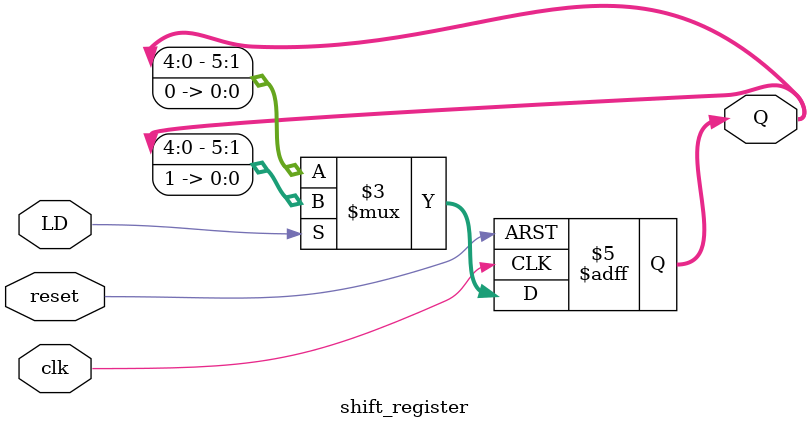
<source format=v>
module shift_register(
    input wire clk,      // Sinal de clock
    input wire reset,    // Sinal de reset para inicializar o registrador
    input wire LD,       // Sinal de carga (load) de 1 bit
    output reg [5:0] Q   // Saída do registrador de 6 bits
);

    // Sempre que o clock tiver uma borda positiva ou o reset for ativado
    always @(posedge clk or posedge reset) begin
        if (reset) begin
            Q <= 6'b000000;  // Reset do registrador
        end else if (LD) begin
            Q <= {Q[4:0], 1'b1};  // Carrega 1 no primeiro bit e desloca para a esquerda
        end else begin
            Q <= {Q[4:0], 1'b0};  // Desloca para a esquerda e insere 0 no último bit
        end
    end

endmodule

</source>
